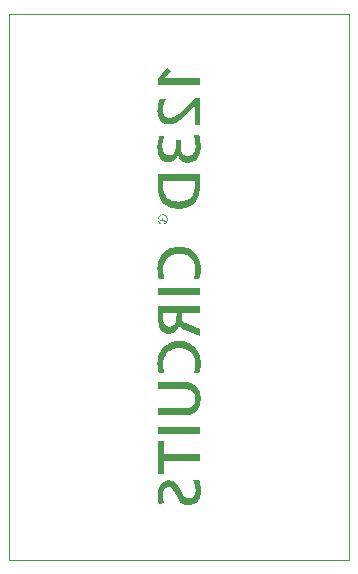
<source format=gbo>
G75*
G71*
%OFA0B0*%
%FSLAX23Y23*%
%IPPOS*%
%LPD*%
%ADD10C,0.1*%
%LPD*%D10*
X0Y0D02*
X0Y100D01*
X0Y200D01*
X0Y300D01*
X0Y399D01*
X0Y499D01*
X0Y599D01*
X0Y699D01*
X0Y799D01*
X0Y899D01*
X0Y999D01*
X0Y1098D01*
X0Y1198D01*
X0Y1298D01*
X0Y1398D01*
X0Y1498D01*
X0Y1598D01*
X0Y1697D01*
X0Y1797D01*
X0Y1897D01*
X0Y1997D01*
X0Y2097D01*
X0Y2197D01*
X0Y2297D01*
X0Y2396D01*
X0Y2496D01*
X0Y2596D01*
X0Y2696D01*
X0Y2796D01*
X0Y2896D01*
X0Y2996D01*
X0Y3095D01*
X0Y3195D01*
X0Y3295D01*
X0Y3395D01*
X0Y3495D01*
X0Y3595D01*
X0Y3694D01*
X0Y3794D01*
X0Y3894D01*
X0Y3994D01*
X0Y4094D01*
X0Y4194D01*
X0Y4294D01*
X0Y4393D01*
X0Y4493D01*
X0Y4593D01*
X0Y4693D01*
X0Y4793D01*
X0Y4893D01*
X0Y4993D01*
X0Y5092D01*
X0Y5192D01*
X0Y5292D01*
X0Y5392D01*
X0Y5492D01*
X0Y5592D01*
X0Y5692D01*
X0Y5791D01*
X0Y5891D01*
X0Y5991D01*
X0Y6091D01*
X0Y6191D01*
X0Y6291D01*
X0Y6390D01*
X0Y6490D01*
X0Y6590D01*
X0Y6690D01*
X0Y6790D01*
X0Y6890D01*
X0Y6990D01*
X0Y7089D01*
X0Y7189D01*
X0Y7289D01*
X0Y7389D01*
X0Y7489D01*
X0Y7589D01*
X0Y7689D01*
X0Y7788D01*
X0Y7888D01*
X0Y7988D01*
X0Y8088D01*
X0Y8188D01*
X0Y8288D01*
X0Y8388D01*
X0Y8487D01*
X0Y8587D01*
X0Y8687D01*
X0Y8787D01*
X0Y8887D01*
X0Y8987D01*
X0Y9086D01*
X0Y9186D01*
X0Y9286D01*
X0Y9386D01*
X0Y9486D01*
X0Y9586D01*
X0Y9686D01*
X0Y9785D01*
X0Y9885D01*
X0Y9985D01*
X0Y10085D01*
X0Y10185D01*
X0Y10285D01*
X0Y10385D01*
X0Y10484D01*
X0Y10584D01*
X0Y10684D01*
X0Y10784D01*
X0Y10884D01*
X0Y10984D01*
X0Y11083D01*
X0Y11183D01*
X0Y11283D01*
X0Y11383D01*
X0Y11483D01*
X0Y11583D01*
X0Y11683D01*
X0Y11782D01*
X0Y11882D01*
X0Y11982D01*
X0Y12082D01*
X0Y12182D01*
X0Y12282D01*
X0Y12382D01*
X0Y12481D01*
X0Y12581D01*
X0Y12681D01*
X0Y12781D01*
X0Y12881D01*
X0Y12981D01*
X0Y13081D01*
X0Y13180D01*
X0Y13280D01*
X0Y13380D01*
X0Y13480D01*
X0Y13580D01*
X0Y13680D01*
X0Y13779D01*
X0Y13879D01*
X0Y13979D01*
X0Y14079D01*
X0Y14179D01*
X0Y14279D01*
X0Y14379D01*
X0Y14478D01*
X0Y14578D01*
X0Y14678D01*
X0Y14778D01*
X0Y14878D01*
X0Y14978D01*
X0Y15078D01*
X0Y15177D01*
X0Y15277D01*
X0Y15377D01*
X0Y15477D01*
X0Y15577D01*
X0Y15677D01*
X0Y15777D01*
X0Y15876D01*
X0Y15976D01*
X0Y16076D01*
X0Y16176D01*
X0Y16276D01*
X0Y16376D01*
X0Y16475D01*
X0Y16575D01*
X0Y16675D01*
X0Y16775D01*
X0Y16875D01*
X0Y16975D01*
X0Y17075D01*
X0Y17174D01*
X0Y17274D01*
X0Y17374D01*
X0Y17474D01*
X0Y17574D01*
X0Y17674D01*
X0Y17774D01*
X0Y17873D01*
X0Y17973D01*
X0Y18073D01*
X0Y18173D01*
X0Y18273D01*
X0Y18373D01*
X0Y18472D01*
X0Y18572D01*
X0Y18672D01*
X0Y18772D01*
X0Y18872D01*
X0Y18972D01*
X0Y19072D01*
X0Y19171D01*
X0Y19271D01*
X0Y19371D01*
X0Y19471D01*
X0Y19571D01*
X0Y19671D01*
X0Y19771D01*
X0Y19870D01*
X0Y19970D01*
X0Y20070D01*
X0Y20170D01*
X0Y20270D01*
X0Y20370D01*
X0Y20470D01*
X0Y20569D01*
X0Y20669D01*
X0Y20769D01*
X0Y20869D01*
X0Y20969D01*
X0Y21069D01*
X0Y21168D01*
X0Y21268D01*
X0Y21368D01*
X0Y21468D01*
X0Y21568D01*
X0Y21668D01*
X0Y21768D01*
X0Y21867D01*
X0Y21967D01*
X0Y22067D01*
X0Y22167D01*
X0Y22267D01*
X0Y22367D01*
X0Y22467D01*
X0Y22566D01*
X0Y22666D01*
X0Y22766D01*
X0Y22866D01*
X0Y22966D01*
X0Y23066D01*
X0Y23166D01*
X0Y23265D01*
X0Y23365D01*
X0Y23465D01*
X0Y23565D01*
X0Y23665D01*
X0Y23765D01*
X0Y23864D01*
X0Y23964D01*
X0Y24064D01*
X0Y24164D01*
X0Y24264D01*
X0Y24364D01*
X0Y24464D01*
X0Y24563D01*
X0Y24663D01*
X0Y24763D01*
X0Y24863D01*
X0Y24963D01*
X0Y25063D01*
X0Y25163D01*
X0Y25262D01*
X0Y25362D01*
X0Y25462D01*
X0Y25562D01*
X0Y25662D01*
X0Y25762D01*
X0Y25861D01*
X0Y25961D01*
X0Y26061D01*
X0Y26161D01*
X0Y26261D01*
X0Y26361D01*
X0Y26461D01*
X0Y26560D01*
X0Y26660D01*
X0Y26760D01*
X0Y26860D01*
X0Y26960D01*
X0Y27060D01*
X0Y27160D01*
X0Y27259D01*
X0Y27359D01*
X0Y27459D01*
X0Y27559D01*
X0Y27659D01*
X0Y27759D01*
X0Y27859D01*
X0Y27958D01*
X0Y28058D01*
X0Y28158D01*
X0Y28258D01*
X0Y28358D01*
X0Y28458D01*
X0Y28557D01*
X0Y28657D01*
X0Y28757D01*
X0Y28857D01*
X0Y28957D01*
X0Y29057D01*
X0Y29157D01*
X0Y29256D01*
X0Y29356D01*
X0Y29456D01*
X0Y29556D01*
X0Y29656D01*
X0Y29756D01*
X0Y29856D01*
X0Y29955D01*
X0Y30055D01*
X0Y30155D01*
X0Y30255D01*
X0Y30355D01*
X0Y30455D01*
X0Y30555D01*
X0Y30654D01*
X0Y30754D01*
X0Y30854D01*
X0Y30954D01*
X0Y31054D01*
X0Y31154D01*
X0Y31253D01*
X0Y31353D01*
X0Y31453D01*
X0Y31553D01*
X0Y31653D01*
X0Y31753D01*
X0Y31853D01*
X0Y31952D01*
X0Y32052D01*
X0Y32152D01*
X0Y32252D01*
X0Y32352D01*
X0Y32452D01*
X0Y32552D01*
X0Y32651D01*
X0Y32751D01*
X0Y32851D01*
X0Y32951D01*
X0Y33051D01*
X0Y33151D01*
X0Y33251D01*
X0Y33350D01*
X0Y33450D01*
X0Y33550D01*
X0Y33650D01*
X0Y33750D01*
X0Y33850D01*
X0Y33949D01*
X0Y34049D01*
X0Y34149D01*
X0Y34249D01*
X0Y34349D01*
X0Y34449D01*
X0Y34549D01*
X0Y34648D01*
X0Y34748D01*
X0Y34848D01*
X0Y34948D01*
X0Y35048D01*
X0Y35148D01*
X0Y35248D01*
X0Y35347D01*
X0Y35447D01*
X0Y35547D01*
X0Y35647D01*
X0Y35747D01*
X0Y35847D01*
X0Y35947D01*
X0Y36046D01*
X0Y36146D01*
X0Y36246D01*
X0Y36346D01*
X0Y36446D01*
X0Y36546D01*
X0Y36645D01*
X0Y36745D01*
X0Y36845D01*
X0Y36945D01*
X0Y37045D01*
X0Y37145D01*
X0Y37245D01*
X0Y37344D01*
X0Y37444D01*
X0Y37544D01*
X0Y37644D01*
X0Y37744D01*
X0Y37844D01*
X0Y37944D01*
X0Y38043D01*
X0Y38143D01*
X0Y38243D01*
X0Y38343D01*
X0Y38443D01*
X0Y38543D01*
X0Y38643D01*
X0Y38742D01*
X0Y38842D01*
X0Y38942D01*
X0Y39042D01*
X0Y39142D01*
X0Y39242D01*
X0Y39341D01*
X0Y39441D01*
X0Y39541D01*
X0Y39641D01*
X0Y39741D01*
X0Y39841D01*
X0Y39941D01*
X0Y40040D01*
X0Y40140D01*
X0Y40240D01*
X0Y40340D01*
X0Y40440D01*
X0Y40540D01*
X0Y40640D01*
X0Y40739D01*
X0Y40839D01*
X0Y40939D01*
X0Y41039D01*
X0Y41139D01*
X0Y41239D01*
X0Y41339D01*
X0Y41438D01*
X0Y41538D01*
X0Y41638D01*
X0Y41738D01*
X0Y41838D01*
X0Y41938D01*
X0Y42037D01*
X0Y42137D01*
X0Y42237D01*
X0Y42337D01*
X0Y42437D01*
X0Y42537D01*
X0Y42637D01*
X0Y42736D01*
X0Y42836D01*
X0Y42936D01*
X0Y43036D01*
X0Y43136D01*
X0Y43236D01*
X0Y43336D01*
X0Y43435D01*
X0Y43535D01*
X0Y43635D01*
X0Y43735D01*
X0Y43835D01*
X0Y43935D01*
X0Y44035D01*
X0Y44134D01*
X0Y44234D01*
X0Y44334D01*
X0Y44434D01*
X0Y44534D01*
X0Y44634D01*
X0Y44734D01*
X0Y44833D01*
X0Y44933D01*
X0Y45033D01*
X0Y45133D01*
X0Y45233D01*
X0Y45333D01*
X0Y45432D01*
X0Y45532D01*
X0Y45632D01*
X0Y45732D01*
X0Y45832D01*
X0Y45932D01*
X0Y46032D01*
X0Y46131D01*
X0Y46231D01*
X100Y46231D01*
X200Y46231D01*
X300Y46231D01*
X400Y46231D01*
X500Y46231D01*
X600Y46231D01*
X700Y46231D01*
X800Y46231D01*
X900Y46231D01*
X999Y46231D01*
X1099Y46231D01*
X1199Y46231D01*
X1299Y46231D01*
X1399Y46231D01*
X1499Y46231D01*
X1599Y46231D01*
X1699Y46231D01*
X1799Y46231D01*
X1899Y46231D01*
X1999Y46231D01*
X2099Y46231D01*
X2199Y46231D01*
X2299Y46231D01*
X2399Y46231D01*
X2499Y46231D01*
X2599Y46231D01*
X2699Y46231D01*
X2799Y46231D01*
X2898Y46231D01*
X2998Y46231D01*
X3098Y46231D01*
X3198Y46231D01*
X3298Y46231D01*
X3398Y46231D01*
X3498Y46231D01*
X3598Y46231D01*
X3698Y46231D01*
X3798Y46231D01*
X3898Y46231D01*
X3998Y46231D01*
X4098Y46231D01*
X4198Y46231D01*
X4298Y46231D01*
X4398Y46231D01*
X4498Y46231D01*
X4598Y46231D01*
X4698Y46231D01*
X4798Y46231D01*
X4897Y46231D01*
X4997Y46231D01*
X5097Y46231D01*
X5197Y46231D01*
X5297Y46231D01*
X5397Y46231D01*
X5497Y46231D01*
X5597Y46231D01*
X5697Y46231D01*
X5797Y46231D01*
X5897Y46231D01*
X5997Y46231D01*
X6097Y46231D01*
X6197Y46231D01*
X6297Y46231D01*
X6397Y46231D01*
X6497Y46231D01*
X6597Y46231D01*
X6697Y46231D01*
X6796Y46231D01*
X6896Y46231D01*
X6996Y46231D01*
X7096Y46231D01*
X7196Y46231D01*
X7296Y46231D01*
X7396Y46231D01*
X7496Y46231D01*
X7596Y46231D01*
X7696Y46231D01*
X7796Y46231D01*
X7896Y46231D01*
X7996Y46231D01*
X8096Y46231D01*
X8196Y46231D01*
X8296Y46231D01*
X8396Y46231D01*
X8496Y46231D01*
X8596Y46231D01*
X8696Y46231D01*
X8795Y46231D01*
X8895Y46231D01*
X8995Y46231D01*
X9095Y46231D01*
X9195Y46231D01*
X9295Y46231D01*
X9395Y46231D01*
X9495Y46231D01*
X9595Y46231D01*
X9695Y46231D01*
X9795Y46231D01*
X9895Y46231D01*
X9995Y46231D01*
X10095Y46231D01*
X10195Y46231D01*
X10295Y46231D01*
X10395Y46231D01*
X10495Y46231D01*
X10595Y46231D01*
X10694Y46231D01*
X10794Y46231D01*
X10894Y46231D01*
X10994Y46231D01*
X11094Y46231D01*
X11194Y46231D01*
X11294Y46231D01*
X11394Y46231D01*
X11494Y46231D01*
X11594Y46231D01*
X11694Y46231D01*
X11794Y46231D01*
X11894Y46231D01*
X11994Y46231D01*
X12094Y46231D01*
X12194Y46231D01*
X12294Y46231D01*
X12394Y46231D01*
X12494Y46231D01*
X12593Y46231D01*
X12693Y46231D01*
X12793Y46231D01*
X12893Y46231D01*
X12993Y46231D01*
X13093Y46231D01*
X13193Y46231D01*
X13293Y46231D01*
X13393Y46231D01*
X13493Y46231D01*
X13593Y46231D01*
X13693Y46231D01*
X13793Y46231D01*
X13893Y46231D01*
X13993Y46231D01*
X14093Y46231D01*
X14193Y46231D01*
X14293Y46231D01*
X14393Y46231D01*
X14493Y46231D01*
X14592Y46231D01*
X14692Y46231D01*
X14792Y46231D01*
X14892Y46231D01*
X14992Y46231D01*
X15092Y46231D01*
X15192Y46231D01*
X15292Y46231D01*
X15392Y46231D01*
X15492Y46231D01*
X15592Y46231D01*
X15692Y46231D01*
X15792Y46231D01*
X15892Y46231D01*
X15992Y46231D01*
X16092Y46231D01*
X16192Y46231D01*
X16292Y46231D01*
X16392Y46231D01*
X16491Y46231D01*
X16591Y46231D01*
X16691Y46231D01*
X16791Y46231D01*
X16891Y46231D01*
X16991Y46231D01*
X17091Y46231D01*
X17191Y46231D01*
X17291Y46231D01*
X17391Y46231D01*
X17491Y46231D01*
X17591Y46231D01*
X17691Y46231D01*
X17791Y46231D01*
X17891Y46231D01*
X17991Y46231D01*
X18091Y46231D01*
X18191Y46231D01*
X18291Y46231D01*
X18391Y46231D01*
X18490Y46231D01*
X18590Y46231D01*
X18690Y46231D01*
X18790Y46231D01*
X18890Y46231D01*
X18990Y46231D01*
X19090Y46231D01*
X19190Y46231D01*
X19290Y46231D01*
X19390Y46231D01*
X19490Y46231D01*
X19590Y46231D01*
X19690Y46231D01*
X19790Y46231D01*
X19890Y46231D01*
X19990Y46231D01*
X20090Y46231D01*
X20190Y46231D01*
X20290Y46231D01*
X20389Y46231D01*
X20489Y46231D01*
X20589Y46231D01*
X20689Y46231D01*
X20789Y46231D01*
X20889Y46231D01*
X20989Y46231D01*
X21089Y46231D01*
X21189Y46231D01*
X21289Y46231D01*
X21389Y46231D01*
X21489Y46231D01*
X21589Y46231D01*
X21689Y46231D01*
X21789Y46231D01*
X21889Y46231D01*
X21989Y46231D01*
X22089Y46231D01*
X22189Y46231D01*
X22289Y46231D01*
X22388Y46231D01*
X22488Y46231D01*
X22588Y46231D01*
X22688Y46231D01*
X22788Y46231D01*
X22888Y46231D01*
X22988Y46231D01*
X23088Y46231D01*
X23188Y46231D01*
X23288Y46231D01*
X23388Y46231D01*
X23488Y46231D01*
X23588Y46231D01*
X23688Y46231D01*
X23788Y46231D01*
X23888Y46231D01*
X23988Y46231D01*
X24088Y46231D01*
X24188Y46231D01*
X24288Y46231D01*
X24387Y46231D01*
X24487Y46231D01*
X24587Y46231D01*
X24687Y46231D01*
X24787Y46231D01*
X24887Y46231D01*
X24987Y46231D01*
X25087Y46231D01*
X25187Y46231D01*
X25287Y46231D01*
X25387Y46231D01*
X25487Y46231D01*
X25587Y46231D01*
X25687Y46231D01*
X25787Y46231D01*
X25887Y46231D01*
X25987Y46231D01*
X26087Y46231D01*
X26187Y46231D01*
X26286Y46231D01*
X26386Y46231D01*
X26486Y46231D01*
X26586Y46231D01*
X26686Y46231D01*
X26786Y46231D01*
X26886Y46231D01*
X26986Y46231D01*
X27086Y46231D01*
X27186Y46231D01*
X27286Y46231D01*
X27386Y46231D01*
X27486Y46231D01*
X27586Y46231D01*
X27686Y46231D01*
X27786Y46231D01*
X27886Y46231D01*
X27986Y46231D01*
X28086Y46231D01*
X28186Y46231D01*
X28285Y46231D01*
X28385Y46231D01*
X28485Y46231D01*
X28585Y46231D01*
X28685Y46231D01*
X28785Y46231D01*
X28785Y46132D01*
X28785Y46032D01*
X28785Y45932D01*
X28785Y45832D01*
X28785Y45732D01*
X28785Y45632D01*
X28785Y45532D01*
X28785Y45433D01*
X28785Y45333D01*
X28785Y45233D01*
X28785Y45133D01*
X28785Y45033D01*
X28785Y44933D01*
X28785Y44833D01*
X28785Y44734D01*
X28785Y44634D01*
X28785Y44534D01*
X28785Y44434D01*
X28785Y44334D01*
X28785Y44234D01*
X28785Y44134D01*
X28785Y44035D01*
X28785Y43935D01*
X28785Y43835D01*
X28785Y43735D01*
X28785Y43635D01*
X28785Y43535D01*
X28785Y43436D01*
X28785Y43336D01*
X28785Y43236D01*
X28785Y43136D01*
X28785Y43036D01*
X28785Y42936D01*
X28785Y42836D01*
X28785Y42737D01*
X28785Y42637D01*
X28785Y42537D01*
X28785Y42437D01*
X28785Y42337D01*
X28785Y42237D01*
X28785Y42137D01*
X28785Y42038D01*
X28785Y41938D01*
X28785Y41838D01*
X28785Y41738D01*
X28785Y41638D01*
X28785Y41538D01*
X28785Y41438D01*
X28785Y41339D01*
X28785Y41239D01*
X28785Y41139D01*
X28785Y41039D01*
X28785Y40939D01*
X28785Y40839D01*
X28785Y40740D01*
X28785Y40640D01*
X28785Y40540D01*
X28785Y40440D01*
X28785Y40340D01*
X28785Y40240D01*
X28785Y40140D01*
X28785Y40041D01*
X28785Y39941D01*
X28785Y39841D01*
X28785Y39741D01*
X28785Y39641D01*
X28785Y39541D01*
X28785Y39441D01*
X28785Y39342D01*
X28785Y39242D01*
X28785Y39142D01*
X28785Y39042D01*
X28785Y38942D01*
X28785Y38842D01*
X28785Y38743D01*
X28785Y38643D01*
X28785Y38543D01*
X28785Y38443D01*
X28785Y38343D01*
X28785Y38243D01*
X28785Y38143D01*
X28785Y38044D01*
X28785Y37944D01*
X28785Y37844D01*
X28785Y37744D01*
X28785Y37644D01*
X28785Y37544D01*
X28785Y37444D01*
X28785Y37345D01*
X28785Y37245D01*
X28785Y37145D01*
X28785Y37045D01*
X28785Y36945D01*
X28785Y36845D01*
X28785Y36745D01*
X28785Y36646D01*
X28785Y36546D01*
X28785Y36446D01*
X28785Y36346D01*
X28785Y36246D01*
X28785Y36146D01*
X28785Y36047D01*
X28785Y35947D01*
X28785Y35847D01*
X28785Y35747D01*
X28785Y35647D01*
X28785Y35547D01*
X28785Y35447D01*
X28785Y35348D01*
X28785Y35248D01*
X28785Y35148D01*
X28785Y35048D01*
X28785Y34948D01*
X28785Y34848D01*
X28785Y34748D01*
X28785Y34649D01*
X28785Y34549D01*
X28785Y34449D01*
X28785Y34349D01*
X28785Y34249D01*
X28785Y34149D01*
X28785Y34050D01*
X28785Y33950D01*
X28785Y33850D01*
X28785Y33750D01*
X28785Y33650D01*
X28785Y33550D01*
X28785Y33450D01*
X28785Y33351D01*
X28785Y33251D01*
X28785Y33151D01*
X28785Y33051D01*
X28785Y32951D01*
X28785Y32851D01*
X28785Y32751D01*
X28785Y32652D01*
X28785Y32552D01*
X28785Y32452D01*
X28785Y32352D01*
X28785Y32252D01*
X28785Y32152D01*
X28785Y32052D01*
X28785Y31953D01*
X28785Y31853D01*
X28785Y31753D01*
X28785Y31653D01*
X28785Y31553D01*
X28785Y31453D01*
X28785Y31354D01*
X28785Y31254D01*
X28785Y31154D01*
X28785Y31054D01*
X28785Y30954D01*
X28785Y30854D01*
X28785Y30754D01*
X28785Y30655D01*
X28785Y30555D01*
X28785Y30455D01*
X28785Y30355D01*
X28785Y30255D01*
X28785Y30155D01*
X28785Y30055D01*
X28785Y29956D01*
X28785Y29856D01*
X28785Y29756D01*
X28785Y29656D01*
X28785Y29556D01*
X28785Y29456D01*
X28785Y29356D01*
X28785Y29257D01*
X28785Y29157D01*
X28785Y29057D01*
X28785Y28957D01*
X28785Y28857D01*
X28785Y28757D01*
X28785Y28658D01*
X28785Y28558D01*
X28785Y28458D01*
X28785Y28358D01*
X28785Y28258D01*
X28785Y28158D01*
X28785Y28058D01*
X28785Y27959D01*
X28785Y27859D01*
X28785Y27759D01*
X28785Y27659D01*
X28785Y27559D01*
X28785Y27459D01*
X28785Y27359D01*
X28785Y27260D01*
X28785Y27160D01*
X28785Y27060D01*
X28785Y26960D01*
X28785Y26860D01*
X28785Y26760D01*
X28785Y26661D01*
X28785Y26561D01*
X28785Y26461D01*
X28785Y26361D01*
X28785Y26261D01*
X28785Y26161D01*
X28785Y26061D01*
X28785Y25962D01*
X28785Y25862D01*
X28785Y25762D01*
X28785Y25662D01*
X28785Y25562D01*
X28785Y25462D01*
X28785Y25362D01*
X28785Y25263D01*
X28785Y25163D01*
X28785Y25063D01*
X28785Y24963D01*
X28785Y24863D01*
X28785Y24763D01*
X28785Y24663D01*
X28785Y24564D01*
X28785Y24464D01*
X28785Y24364D01*
X28785Y24264D01*
X28785Y24164D01*
X28785Y24064D01*
X28785Y23965D01*
X28785Y23865D01*
X28785Y23765D01*
X28785Y23665D01*
X28785Y23565D01*
X28785Y23465D01*
X28785Y23365D01*
X28785Y23266D01*
X28785Y23166D01*
X28785Y23066D01*
X28785Y22966D01*
X28785Y22866D01*
X28785Y22766D01*
X28785Y22666D01*
X28785Y22567D01*
X28785Y22467D01*
X28785Y22367D01*
X28785Y22267D01*
X28785Y22167D01*
X28785Y22067D01*
X28785Y21967D01*
X28785Y21868D01*
X28785Y21768D01*
X28785Y21668D01*
X28785Y21568D01*
X28785Y21468D01*
X28785Y21368D01*
X28785Y21269D01*
X28785Y21169D01*
X28785Y21069D01*
X28785Y20969D01*
X28785Y20869D01*
X28785Y20769D01*
X28785Y20669D01*
X28785Y20570D01*
X28785Y20470D01*
X28785Y20370D01*
X28785Y20270D01*
X28785Y20170D01*
X28785Y20070D01*
X28785Y19970D01*
X28785Y19871D01*
X28785Y19771D01*
X28785Y19671D01*
X28785Y19571D01*
X28785Y19471D01*
X28785Y19371D01*
X28785Y19271D01*
X28785Y19172D01*
X28785Y19072D01*
X28785Y18972D01*
X28785Y18872D01*
X28785Y18772D01*
X28785Y18672D01*
X28785Y18573D01*
X28785Y18473D01*
X28785Y18373D01*
X28785Y18273D01*
X28785Y18173D01*
X28785Y18073D01*
X28785Y17973D01*
X28785Y17874D01*
X28785Y17774D01*
X28785Y17674D01*
X28785Y17574D01*
X28785Y17474D01*
X28785Y17374D01*
X28785Y17274D01*
X28785Y17175D01*
X28785Y17075D01*
X28785Y16975D01*
X28785Y16875D01*
X28785Y16775D01*
X28785Y16675D01*
X28785Y16576D01*
X28785Y16476D01*
X28785Y16376D01*
X28785Y16276D01*
X28785Y16176D01*
X28785Y16076D01*
X28785Y15976D01*
X28785Y15877D01*
X28785Y15777D01*
X28785Y15677D01*
X28785Y15577D01*
X28785Y15477D01*
X28785Y15377D01*
X28785Y15277D01*
X28785Y15178D01*
X28785Y15078D01*
X28785Y14978D01*
X28785Y14878D01*
X28785Y14778D01*
X28785Y14678D01*
X28785Y14578D01*
X28785Y14479D01*
X28785Y14379D01*
X28785Y14279D01*
X28785Y14179D01*
X28785Y14079D01*
X28785Y13979D01*
X28785Y13880D01*
X28785Y13780D01*
X28785Y13680D01*
X28785Y13580D01*
X28785Y13480D01*
X28785Y13380D01*
X28785Y13280D01*
X28785Y13181D01*
X28785Y13081D01*
X28785Y12981D01*
X28785Y12881D01*
X28785Y12781D01*
X28785Y12681D01*
X28785Y12581D01*
X28785Y12482D01*
X28785Y12382D01*
X28785Y12282D01*
X28785Y12182D01*
X28785Y12082D01*
X28785Y11982D01*
X28785Y11882D01*
X28785Y11783D01*
X28785Y11683D01*
X28785Y11583D01*
X28785Y11483D01*
X28785Y11383D01*
X28785Y11283D01*
X28785Y11184D01*
X28785Y11084D01*
X28785Y10984D01*
X28785Y10884D01*
X28785Y10784D01*
X28785Y10684D01*
X28785Y10584D01*
X28785Y10485D01*
X28785Y10385D01*
X28785Y10285D01*
X28785Y10185D01*
X28785Y10085D01*
X28785Y9985D01*
X28785Y9885D01*
X28785Y9786D01*
X28785Y9686D01*
X28785Y9586D01*
X28785Y9486D01*
X28785Y9386D01*
X28785Y9286D01*
X28785Y9186D01*
X28785Y9087D01*
X28785Y8987D01*
X28785Y8887D01*
X28785Y8787D01*
X28785Y8687D01*
X28785Y8587D01*
X28785Y8488D01*
X28785Y8388D01*
X28785Y8288D01*
X28785Y8188D01*
X28785Y8088D01*
X28785Y7988D01*
X28785Y7888D01*
X28785Y7789D01*
X28785Y7689D01*
X28785Y7589D01*
X28785Y7489D01*
X28785Y7389D01*
X28785Y7289D01*
X28785Y7189D01*
X28785Y7090D01*
X28785Y6990D01*
X28785Y6890D01*
X28785Y6790D01*
X28785Y6690D01*
X28785Y6590D01*
X28785Y6490D01*
X28785Y6391D01*
X28785Y6291D01*
X28785Y6191D01*
X28785Y6091D01*
X28785Y5991D01*
X28785Y5891D01*
X28785Y5792D01*
X28785Y5692D01*
X28785Y5592D01*
X28785Y5492D01*
X28785Y5392D01*
X28785Y5292D01*
X28785Y5192D01*
X28785Y5093D01*
X28785Y4993D01*
X28785Y4893D01*
X28785Y4793D01*
X28785Y4693D01*
X28785Y4593D01*
X28785Y4493D01*
X28785Y4394D01*
X28785Y4294D01*
X28785Y4194D01*
X28785Y4094D01*
X28785Y3994D01*
X28785Y3894D01*
X28785Y3794D01*
X28785Y3695D01*
X28785Y3595D01*
X28785Y3495D01*
X28785Y3395D01*
X28785Y3295D01*
X28785Y3195D01*
X28785Y3095D01*
X28785Y2996D01*
X28785Y2896D01*
X28785Y2796D01*
X28785Y2696D01*
X28785Y2596D01*
X28785Y2496D01*
X28785Y2397D01*
X28785Y2297D01*
X28785Y2197D01*
X28785Y2097D01*
X28785Y1997D01*
X28785Y1897D01*
X28785Y1797D01*
X28785Y1698D01*
X28785Y1598D01*
X28785Y1498D01*
X28785Y1398D01*
X28785Y1298D01*
X28785Y1198D01*
X28785Y1098D01*
X28785Y999D01*
X28785Y899D01*
X28785Y799D01*
X28785Y699D01*
X28785Y599D01*
X28785Y499D01*
X28785Y399D01*
X28785Y300D01*
X28785Y200D01*
X28785Y100D01*
X28785Y0D01*
X28685Y0D01*
X28585Y0D01*
X28485Y0D01*
X28385Y0D01*
X28286Y0D01*
X28186Y0D01*
X28086Y0D01*
X27986Y0D01*
X27886Y0D01*
X27786Y0D01*
X27686Y0D01*
X27586Y0D01*
X27486Y0D01*
X27386Y0D01*
X27286Y0D01*
X27186Y0D01*
X27086Y0D01*
X26986Y0D01*
X26886Y0D01*
X26786Y0D01*
X26686Y0D01*
X26586Y0D01*
X26486Y0D01*
X26387Y0D01*
X26287Y0D01*
X26187Y0D01*
X26087Y0D01*
X25987Y0D01*
X25887Y0D01*
X25787Y0D01*
X25687Y0D01*
X25587Y0D01*
X25487Y0D01*
X25387Y0D01*
X25287Y0D01*
X25187Y0D01*
X25087Y0D01*
X24987Y0D01*
X24887Y0D01*
X24787Y0D01*
X24687Y0D01*
X24587Y0D01*
X24487Y0D01*
X24388Y0D01*
X24288Y0D01*
X24188Y0D01*
X24088Y0D01*
X23988Y0D01*
X23888Y0D01*
X23788Y0D01*
X23688Y0D01*
X23588Y0D01*
X23488Y0D01*
X23388Y0D01*
X23288Y0D01*
X23188Y0D01*
X23088Y0D01*
X22988Y0D01*
X22888Y0D01*
X22788Y0D01*
X22688Y0D01*
X22588Y0D01*
X22489Y0D01*
X22389Y0D01*
X22289Y0D01*
X22189Y0D01*
X22089Y0D01*
X21989Y0D01*
X21889Y0D01*
X21789Y0D01*
X21689Y0D01*
X21589Y0D01*
X21489Y0D01*
X21389Y0D01*
X21289Y0D01*
X21189Y0D01*
X21089Y0D01*
X20989Y0D01*
X20889Y0D01*
X20789Y0D01*
X20689Y0D01*
X20590Y0D01*
X20490Y0D01*
X20390Y0D01*
X20290Y0D01*
X20190Y0D01*
X20090Y0D01*
X19990Y0D01*
X19890Y0D01*
X19790Y0D01*
X19690Y0D01*
X19590Y0D01*
X19490Y0D01*
X19390Y0D01*
X19290Y0D01*
X19190Y0D01*
X19090Y0D01*
X18990Y0D01*
X18890Y0D01*
X18790Y0D01*
X18690Y0D01*
X18591Y0D01*
X18491Y0D01*
X18391Y0D01*
X18291Y0D01*
X18191Y0D01*
X18091Y0D01*
X17991Y0D01*
X17891Y0D01*
X17791Y0D01*
X17691Y0D01*
X17591Y0D01*
X17491Y0D01*
X17391Y0D01*
X17291Y0D01*
X17191Y0D01*
X17091Y0D01*
X16991Y0D01*
X16891Y0D01*
X16791Y0D01*
X16692Y0D01*
X16592Y0D01*
X16492Y0D01*
X16392Y0D01*
X16292Y0D01*
X16192Y0D01*
X16092Y0D01*
X15992Y0D01*
X15892Y0D01*
X15792Y0D01*
X15692Y0D01*
X15592Y0D01*
X15492Y0D01*
X15392Y0D01*
X15292Y0D01*
X15192Y0D01*
X15092Y0D01*
X14992Y0D01*
X14892Y0D01*
X14792Y0D01*
X14693Y0D01*
X14593Y0D01*
X14493Y0D01*
X14393Y0D01*
X14293Y0D01*
X14193Y0D01*
X14093Y0D01*
X13993Y0D01*
X13893Y0D01*
X13793Y0D01*
X13693Y0D01*
X13593Y0D01*
X13493Y0D01*
X13393Y0D01*
X13293Y0D01*
X13193Y0D01*
X13093Y0D01*
X12993Y0D01*
X12893Y0D01*
X12794Y0D01*
X12694Y0D01*
X12594Y0D01*
X12494Y0D01*
X12394Y0D01*
X12294Y0D01*
X12194Y0D01*
X12094Y0D01*
X11994Y0D01*
X11894Y0D01*
X11794Y0D01*
X11694Y0D01*
X11594Y0D01*
X11494Y0D01*
X11394Y0D01*
X11294Y0D01*
X11194Y0D01*
X11094Y0D01*
X10994Y0D01*
X10894Y0D01*
X10795Y0D01*
X10695Y0D01*
X10595Y0D01*
X10495Y0D01*
X10395Y0D01*
X10295Y0D01*
X10195Y0D01*
X10095Y0D01*
X9995Y0D01*
X9895Y0D01*
X9795Y0D01*
X9695Y0D01*
X9595Y0D01*
X9495Y0D01*
X9395Y0D01*
X9295Y0D01*
X9195Y0D01*
X9095Y0D01*
X8995Y0D01*
X8896Y0D01*
X8796Y0D01*
X8696Y0D01*
X8596Y0D01*
X8496Y0D01*
X8396Y0D01*
X8296Y0D01*
X8196Y0D01*
X8096Y0D01*
X7996Y0D01*
X7896Y0D01*
X7796Y0D01*
X7696Y0D01*
X7596Y0D01*
X7496Y0D01*
X7396Y0D01*
X7296Y0D01*
X7196Y0D01*
X7096Y0D01*
X6996Y0D01*
X6897Y0D01*
X6797Y0D01*
X6697Y0D01*
X6597Y0D01*
X6497Y0D01*
X6397Y0D01*
X6297Y0D01*
X6197Y0D01*
X6097Y0D01*
X5997Y0D01*
X5897Y0D01*
X5797Y0D01*
X5697Y0D01*
X5597Y0D01*
X5497Y0D01*
X5397Y0D01*
X5297Y0D01*
X5197Y0D01*
X5097Y0D01*
X4998Y0D01*
X4898Y0D01*
X4798Y0D01*
X4698Y0D01*
X4598Y0D01*
X4498Y0D01*
X4398Y0D01*
X4298Y0D01*
X4198Y0D01*
X4098Y0D01*
X3998Y0D01*
X3898Y0D01*
X3798Y0D01*
X3698Y0D01*
X3598Y0D01*
X3498Y0D01*
X3398Y0D01*
X3298Y0D01*
X3198Y0D01*
X3098Y0D01*
X2999Y0D01*
X2899Y0D01*
X2799Y0D01*
X2699Y0D01*
X2599Y0D01*
X2499Y0D01*
X2399Y0D01*
X2299Y0D01*
X2199Y0D01*
X2099Y0D01*
X1999Y0D01*
X1899Y0D01*
X1799Y0D01*
X1699Y0D01*
X1599Y0D01*
X1499Y0D01*
X1399Y0D01*
X1299Y0D01*
X1199Y0D01*
X1099Y0D01*
X1000Y0D01*
X900Y0D01*
X800Y0D01*
X700Y0D01*
X600Y0D01*
X500Y0D01*
X400Y0D01*
X300Y0D01*
X200Y0D01*
X100Y0D01*
X0Y0D01*
X0Y0D01*
G36*
X16165Y40746D02*
X13205Y40746D01*
X13717Y41379D01*
X13333Y41608D01*
X12615Y40677D01*
X12615Y40187D01*
X16165Y40187D01*
X16165Y40746D01*
G37*
G36*
X16165Y39117D02*
X15728Y39117D01*
X14516Y37929D01*
X14341Y37775D01*
X14158Y37638D01*
X14065Y37578D01*
X13970Y37526D01*
X13874Y37484D01*
X13777Y37452D01*
X13680Y37431D01*
X13583Y37424D01*
X13515Y37428D01*
X13452Y37439D01*
X13392Y37456D01*
X13335Y37480D01*
X13284Y37509D01*
X13236Y37544D01*
X13193Y37584D01*
X13154Y37628D01*
X13119Y37676D01*
X13089Y37729D01*
X13063Y37783D01*
X13041Y37842D01*
X13025Y37903D01*
X13013Y37965D01*
X13005Y38030D01*
X13003Y38095D01*
X13008Y38213D01*
X13022Y38328D01*
X13058Y38495D01*
X13090Y38603D01*
X13172Y38814D01*
X13243Y38968D01*
X12785Y38994D01*
X12696Y38763D01*
X12626Y38524D01*
X12599Y38402D01*
X12578Y38278D01*
X12566Y38153D01*
X12562Y38026D01*
X12565Y37910D01*
X12575Y37797D01*
X12592Y37686D01*
X12617Y37580D01*
X12648Y37477D01*
X12687Y37380D01*
X12734Y37289D01*
X12789Y37204D01*
X12852Y37127D01*
X12924Y37057D01*
X13003Y36997D01*
X13091Y36946D01*
X13189Y36904D01*
X13295Y36875D01*
X13411Y36856D01*
X13535Y36849D01*
X13655Y36857D01*
X13771Y36879D01*
X13886Y36914D01*
X13999Y36961D01*
X14110Y37017D01*
X14219Y37083D01*
X14429Y37235D01*
X15734Y38436D01*
X15734Y36791D01*
X16165Y36791D01*
X16165Y39117D01*
X16165Y39117D01*
G37*
G36*
X15628Y35934D02*
X15666Y35829D01*
X15700Y35722D01*
X15749Y35500D01*
X15778Y35278D01*
X15787Y35066D01*
X15785Y34979D01*
X15777Y34894D01*
X15765Y34811D01*
X15748Y34732D01*
X15725Y34655D01*
X15697Y34583D01*
X15664Y34515D01*
X15624Y34452D01*
X15580Y34394D01*
X15529Y34343D01*
X15473Y34298D01*
X15410Y34259D01*
X15341Y34229D01*
X15266Y34207D01*
X15184Y34193D01*
X15095Y34188D01*
X15014Y34193D01*
X14940Y34207D01*
X14874Y34230D01*
X14814Y34260D01*
X14760Y34298D01*
X14712Y34344D01*
X14671Y34395D01*
X14635Y34452D01*
X14605Y34513D01*
X14579Y34579D01*
X14558Y34650D01*
X14542Y34723D01*
X14530Y34798D01*
X14517Y34955D01*
X14515Y35503D01*
X14116Y35503D01*
X14114Y35012D01*
X14099Y34840D01*
X14086Y34760D01*
X14068Y34684D01*
X14046Y34613D01*
X14018Y34547D01*
X13986Y34487D01*
X13948Y34432D01*
X13904Y34384D01*
X13855Y34342D01*
X13799Y34307D01*
X13737Y34278D01*
X13668Y34258D01*
X13592Y34245D01*
X13509Y34241D01*
X13436Y34246D01*
X13371Y34259D01*
X13310Y34280D01*
X13256Y34310D01*
X13208Y34345D01*
X13164Y34388D01*
X13127Y34436D01*
X13094Y34488D01*
X13066Y34547D01*
X13042Y34608D01*
X13023Y34673D01*
X13007Y34740D01*
X12996Y34809D01*
X12983Y34952D01*
X12985Y35121D01*
X13008Y35326D01*
X13051Y35535D01*
X13114Y35740D01*
X13152Y35838D01*
X12716Y35870D01*
X12649Y35644D01*
X12601Y35415D01*
X12572Y35181D01*
X12562Y34944D01*
X12572Y34710D01*
X12586Y34595D01*
X12606Y34483D01*
X12633Y34373D01*
X12667Y34267D01*
X12707Y34167D01*
X12756Y34074D01*
X12812Y33988D01*
X12877Y33910D01*
X12951Y33842D01*
X13033Y33783D01*
X13125Y33736D01*
X13226Y33701D01*
X13339Y33679D01*
X13461Y33671D01*
X13544Y33675D01*
X13623Y33685D01*
X13697Y33702D01*
X13768Y33725D01*
X13835Y33754D01*
X13898Y33788D01*
X13957Y33829D01*
X14012Y33874D01*
X14061Y33924D01*
X14108Y33979D01*
X14151Y34039D01*
X14189Y34103D01*
X14224Y34171D01*
X14254Y34242D01*
X14280Y34317D01*
X14302Y34396D01*
X14315Y34315D01*
X14335Y34236D01*
X14359Y34160D01*
X14388Y34087D01*
X14422Y34018D01*
X14461Y33953D01*
X14505Y33892D01*
X14554Y33835D01*
X14607Y33784D01*
X14664Y33739D01*
X14726Y33698D01*
X14793Y33665D01*
X14864Y33639D01*
X14938Y33619D01*
X15018Y33607D01*
X15100Y33603D01*
X15244Y33611D01*
X15376Y33635D01*
X15498Y33674D01*
X15610Y33726D01*
X15713Y33792D01*
X15804Y33869D01*
X15886Y33957D01*
X15959Y34055D01*
X16023Y34160D01*
X16077Y34274D01*
X16123Y34395D01*
X16160Y34521D01*
X16188Y34651D01*
X16208Y34786D01*
X16219Y34922D01*
X16219Y35239D01*
X16200Y35468D01*
X16162Y35689D01*
X16135Y35799D01*
X16085Y35966D01*
X15628Y35934D01*
X15628Y35934D01*
X15628Y35934D01*
G37*
G36*
X14128Y29730D02*
X13931Y29753D01*
X13747Y29792D01*
X13578Y29845D01*
X13423Y29913D01*
X13281Y29995D01*
X13154Y30091D01*
X13040Y30200D01*
X12940Y30324D01*
X12853Y30460D01*
X12779Y30609D01*
X12721Y30771D01*
X12674Y30944D01*
X12641Y31130D01*
X12621Y31328D01*
X12615Y32628D01*
X14327Y32628D01*
X14327Y32048D01*
X13046Y32048D01*
X13051Y31444D01*
X13068Y31301D01*
X13095Y31169D01*
X13133Y31045D01*
X13181Y30931D01*
X13240Y30827D01*
X13309Y30733D01*
X13387Y30649D01*
X13475Y30574D01*
X13572Y30510D01*
X13678Y30454D01*
X13794Y30409D01*
X13917Y30375D01*
X14050Y30349D01*
X14191Y30334D01*
X14339Y30329D01*
X14510Y30335D01*
X14670Y30353D01*
X14818Y30382D01*
X14955Y30423D01*
X15080Y30475D01*
X15195Y30539D01*
X15298Y30614D01*
X15390Y30699D01*
X15471Y30795D01*
X15541Y30902D01*
X15600Y31019D01*
X15648Y31147D01*
X15686Y31284D01*
X15713Y31432D01*
X15728Y31589D01*
X15734Y32048D01*
X14327Y32048D01*
X14327Y32628D01*
X16165Y32628D01*
X16158Y31481D01*
X16137Y31276D01*
X16102Y31080D01*
X16053Y30895D01*
X15990Y30720D01*
X15913Y30557D01*
X15822Y30407D01*
X15715Y30271D01*
X15595Y30147D01*
X15460Y30038D01*
X15310Y29944D01*
X15145Y29866D01*
X14966Y29804D01*
X14772Y29759D01*
X14563Y29731D01*
X14339Y29722D01*
X14128Y29730D01*
G37*
G36*
X12956Y28389D02*
X12914Y28396D01*
X12874Y28407D01*
X12834Y28421D01*
X12797Y28439D01*
X12762Y28460D01*
X12730Y28484D01*
X12699Y28512D01*
X12671Y28543D01*
X12647Y28575D01*
X12626Y28610D01*
X12608Y28648D01*
X12594Y28687D01*
X12583Y28728D01*
X12576Y28770D01*
X12575Y28814D01*
X12576Y28857D01*
X12583Y28899D01*
X12594Y28940D01*
X12608Y28980D01*
X12626Y29017D01*
X12647Y29052D01*
X12671Y29084D01*
X12699Y29115D01*
X12730Y29143D01*
X12762Y29167D01*
X12797Y29188D01*
X12834Y29206D01*
X12874Y29221D01*
X12914Y29231D01*
X12956Y29238D01*
X13000Y29240D01*
X13000Y29170D01*
X12963Y29169D01*
X12927Y29163D01*
X12892Y29155D01*
X12859Y29143D01*
X12828Y29128D01*
X12797Y29110D01*
X12770Y29089D01*
X12743Y29066D01*
X12720Y29041D01*
X12699Y29014D01*
X12680Y28985D01*
X12666Y28953D01*
X12653Y28920D01*
X12644Y28886D01*
X12639Y28850D01*
X12636Y28814D01*
X12639Y28777D01*
X12644Y28741D01*
X12653Y28707D01*
X12666Y28674D01*
X12681Y28643D01*
X12699Y28614D01*
X12721Y28586D01*
X12744Y28561D01*
X12770Y28538D01*
X12798Y28517D01*
X12828Y28500D01*
X12860Y28484D01*
X12893Y28473D01*
X12928Y28464D01*
X12963Y28459D01*
X13000Y28457D01*
X13037Y28459D01*
X13073Y28464D01*
X13107Y28473D01*
X13141Y28484D01*
X13172Y28500D01*
X13203Y28517D01*
X13231Y28538D01*
X13257Y28561D01*
X13280Y28586D01*
X13302Y28614D01*
X13321Y28643D01*
X13336Y28674D01*
X13348Y28707D01*
X13357Y28741D01*
X13363Y28777D01*
X13365Y28814D01*
X13365Y28832D01*
X13363Y28850D01*
X13357Y28886D01*
X13348Y28920D01*
X13336Y28953D01*
X13321Y28985D01*
X13302Y29014D01*
X13280Y29041D01*
X13258Y29066D01*
X13231Y29089D01*
X13202Y29110D01*
X13172Y29128D01*
X13140Y29143D01*
X13107Y29155D01*
X13072Y29163D01*
X13037Y29169D01*
X13000Y29170D01*
X13000Y29240D01*
X13032Y29238D01*
X13064Y29235D01*
X13096Y29229D01*
X13127Y29221D01*
X13156Y29211D01*
X13185Y29198D01*
X13213Y29184D01*
X13239Y29167D01*
X13263Y29149D01*
X13287Y29130D01*
X13309Y29108D01*
X13330Y29085D01*
X13348Y29061D01*
X13365Y29035D01*
X13380Y29008D01*
X13393Y28980D01*
X13408Y28940D01*
X13419Y28899D01*
X13425Y28857D01*
X13427Y28814D01*
X13425Y28770D01*
X13418Y28728D01*
X13408Y28687D01*
X13393Y28648D01*
X13375Y28610D01*
X13354Y28575D01*
X13330Y28543D01*
X13302Y28512D01*
X13271Y28484D01*
X13238Y28460D01*
X13203Y28439D01*
X13166Y28421D01*
X13127Y28407D01*
X13086Y28396D01*
X13043Y28389D01*
X13000Y28388D01*
X12956Y28389D01*
G37*
G36*
X13066Y28692D02*
X13054Y28698D01*
X13043Y28705D01*
X13033Y28712D01*
X13025Y28720D01*
X13018Y28730D01*
X13011Y28741D01*
X13006Y28754D01*
X13003Y28768D01*
X12997Y28744D01*
X12989Y28721D01*
X12978Y28700D01*
X12963Y28682D01*
X12946Y28666D01*
X12927Y28654D01*
X12906Y28646D01*
X12883Y28643D01*
X12850Y28647D01*
X12823Y28657D01*
X12801Y28673D01*
X12783Y28694D01*
X12769Y28719D01*
X12760Y28747D01*
X12754Y28778D01*
X12752Y28811D01*
X12752Y28962D01*
X12890Y28962D01*
X12890Y28898D01*
X12809Y28898D01*
X12810Y28818D01*
X12812Y28795D01*
X12816Y28773D01*
X12822Y28753D01*
X12832Y28736D01*
X12845Y28723D01*
X12862Y28714D01*
X12883Y28712D01*
X12906Y28714D01*
X12925Y28723D01*
X12940Y28736D01*
X12951Y28752D01*
X12959Y28772D01*
X12964Y28794D01*
X12967Y28817D01*
X12968Y28898D01*
X12890Y28898D01*
X12890Y28962D01*
X13249Y28962D01*
X13249Y28898D01*
X13025Y28898D01*
X13026Y28832D01*
X13028Y28814D01*
X13032Y28799D01*
X13039Y28786D01*
X13048Y28776D01*
X13059Y28766D01*
X13073Y28758D01*
X13249Y28677D01*
X13249Y28608D01*
X13066Y28692D01*
X13066Y28692D01*
G37*
G36*
X16069Y23764D02*
X16108Y23862D01*
X16140Y23966D01*
X16167Y24076D01*
X16204Y24302D01*
X16221Y24525D01*
X16224Y24632D01*
X16215Y24839D01*
X16192Y25036D01*
X16152Y25225D01*
X16097Y25401D01*
X16028Y25568D01*
X15944Y25722D01*
X15847Y25865D01*
X15735Y25994D01*
X15610Y26111D01*
X15472Y26213D01*
X15322Y26302D01*
X15159Y26376D01*
X14984Y26434D01*
X14798Y26476D01*
X14601Y26502D01*
X14392Y26511D01*
X14193Y26502D01*
X14002Y26475D01*
X13820Y26430D01*
X13648Y26370D01*
X13487Y26294D01*
X13336Y26203D01*
X13197Y26097D01*
X13070Y25979D01*
X12955Y25847D01*
X12855Y25703D01*
X12767Y25549D01*
X12695Y25383D01*
X12637Y25208D01*
X12595Y25024D01*
X12570Y24832D01*
X12562Y24632D01*
X12570Y24419D01*
X12594Y24195D01*
X12635Y23976D01*
X12663Y23872D01*
X12694Y23775D01*
X13163Y23807D01*
X13127Y23892D01*
X13097Y23983D01*
X13072Y24078D01*
X13034Y24275D01*
X13016Y24472D01*
X13014Y24568D01*
X13021Y24719D01*
X13041Y24864D01*
X13073Y24999D01*
X13118Y25127D01*
X13174Y25246D01*
X13241Y25356D01*
X13318Y25456D01*
X13406Y25547D01*
X13502Y25629D01*
X13608Y25700D01*
X13721Y25762D01*
X13842Y25812D01*
X13971Y25852D01*
X14106Y25880D01*
X14247Y25898D01*
X14392Y25904D01*
X14543Y25898D01*
X14687Y25882D01*
X14824Y25854D01*
X14954Y25816D01*
X15076Y25767D01*
X15189Y25708D01*
X15294Y25638D01*
X15389Y25559D01*
X15475Y25469D01*
X15551Y25370D01*
X15616Y25261D01*
X15671Y25143D01*
X15714Y25015D01*
X15745Y24878D01*
X15764Y24733D01*
X15771Y24579D01*
X15763Y24376D01*
X15736Y24176D01*
X15714Y24078D01*
X15688Y23981D01*
X15637Y23842D01*
X15617Y23796D01*
X16069Y23764D01*
X16069Y23764D01*
G37*
G36*
X16165Y22992D02*
X12615Y22992D01*
X12615Y22412D01*
X16165Y22412D01*
X16165Y22992D01*
X16165Y22992D01*
G37*
G36*
X14872Y19437D02*
X14777Y19479D01*
X14691Y19528D01*
X14651Y19555D01*
X14613Y19582D01*
X14578Y19613D01*
X14545Y19644D01*
X14515Y19677D01*
X14488Y19712D01*
X14463Y19748D01*
X14442Y19786D01*
X14423Y19826D01*
X14408Y19869D01*
X14396Y19912D01*
X14387Y19958D01*
X14371Y19875D01*
X14350Y19795D01*
X14323Y19717D01*
X14290Y19642D01*
X14252Y19572D01*
X14209Y19505D01*
X14161Y19442D01*
X14108Y19383D01*
X14051Y19331D01*
X13989Y19284D01*
X13922Y19243D01*
X13852Y19208D01*
X13777Y19181D01*
X13699Y19161D01*
X13616Y19148D01*
X13530Y19144D01*
X13396Y19152D01*
X13276Y19173D01*
X13167Y19208D01*
X13071Y19256D01*
X12985Y19315D01*
X12910Y19384D01*
X12846Y19463D01*
X12791Y19550D01*
X12744Y19643D01*
X12707Y19744D01*
X12676Y19849D01*
X12653Y19959D01*
X12623Y20188D01*
X12615Y21475D01*
X13592Y21475D01*
X13592Y20906D01*
X13035Y20906D01*
X13040Y20367D01*
X13055Y20220D01*
X13068Y20151D01*
X13085Y20086D01*
X13106Y20025D01*
X13132Y19969D01*
X13164Y19918D01*
X13202Y19872D01*
X13245Y19832D01*
X13296Y19798D01*
X13353Y19771D01*
X13418Y19751D01*
X13491Y19739D01*
X13573Y19735D01*
X13654Y19740D01*
X13728Y19753D01*
X13796Y19776D01*
X13858Y19807D01*
X13912Y19844D01*
X13962Y19889D01*
X14005Y19938D01*
X14043Y19993D01*
X14075Y20053D01*
X14103Y20117D01*
X14126Y20184D01*
X14144Y20254D01*
X14157Y20325D01*
X14167Y20398D01*
X14174Y20906D01*
X13592Y20906D01*
X13592Y21475D01*
X16165Y21475D01*
X16165Y20906D01*
X14600Y20906D01*
X14605Y20491D01*
X14612Y20435D01*
X14621Y20384D01*
X14635Y20336D01*
X14651Y20293D01*
X14671Y20253D01*
X14696Y20215D01*
X14725Y20181D01*
X14757Y20148D01*
X14795Y20118D01*
X14838Y20088D01*
X14886Y20060D01*
X14998Y20006D01*
X16165Y19543D01*
X16165Y18909D01*
X14872Y19437D01*
X14872Y19437D01*
G37*
G36*
X16069Y15769D02*
X16108Y15867D01*
X16140Y15971D01*
X16167Y16081D01*
X16204Y16307D01*
X16221Y16530D01*
X16224Y16637D01*
X16215Y16844D01*
X16192Y17041D01*
X16152Y17230D01*
X16097Y17406D01*
X16028Y17573D01*
X15944Y17727D01*
X15847Y17870D01*
X15735Y18000D01*
X15610Y18116D01*
X15472Y18219D01*
X15322Y18308D01*
X15159Y18381D01*
X14984Y18440D01*
X14798Y18481D01*
X14601Y18507D01*
X14392Y18516D01*
X14193Y18507D01*
X14002Y18480D01*
X13820Y18435D01*
X13648Y18375D01*
X13487Y18299D01*
X13336Y18208D01*
X13197Y18102D01*
X13070Y17984D01*
X12955Y17852D01*
X12855Y17708D01*
X12767Y17554D01*
X12695Y17388D01*
X12637Y17213D01*
X12595Y17030D01*
X12570Y16837D01*
X12562Y16637D01*
X12570Y16424D01*
X12594Y16201D01*
X12635Y15981D01*
X12663Y15877D01*
X12694Y15780D01*
X13163Y15812D01*
X13127Y15897D01*
X13097Y15988D01*
X13072Y16083D01*
X13034Y16280D01*
X13016Y16477D01*
X13014Y16573D01*
X13021Y16725D01*
X13041Y16869D01*
X13073Y17004D01*
X13118Y17132D01*
X13174Y17251D01*
X13241Y17361D01*
X13318Y17461D01*
X13406Y17552D01*
X13502Y17634D01*
X13608Y17705D01*
X13721Y17767D01*
X13842Y17817D01*
X13971Y17857D01*
X14106Y17885D01*
X14247Y17903D01*
X14392Y17909D01*
X14543Y17903D01*
X14687Y17887D01*
X14824Y17859D01*
X14954Y17821D01*
X15076Y17772D01*
X15189Y17713D01*
X15294Y17643D01*
X15389Y17564D01*
X15475Y17474D01*
X15551Y17375D01*
X15616Y17266D01*
X15671Y17148D01*
X15714Y17020D01*
X15745Y16883D01*
X15764Y16738D01*
X15771Y16533D01*
X15758Y16330D01*
X15726Y16132D01*
X15702Y16034D01*
X15673Y15939D01*
X15617Y15801D01*
X16069Y15769D01*
X16069Y15769D01*
G37*
G36*
X14877Y14460D02*
X14972Y14457D01*
X15064Y14448D01*
X15151Y14431D01*
X15235Y14409D01*
X15313Y14381D01*
X15387Y14346D01*
X15455Y14305D01*
X15518Y14258D01*
X15574Y14204D01*
X15624Y14143D01*
X15668Y14075D01*
X15704Y14002D01*
X15732Y13921D01*
X15754Y13835D01*
X15767Y13740D01*
X15771Y13641D01*
X15767Y13540D01*
X15754Y13446D01*
X15733Y13358D01*
X15705Y13278D01*
X15669Y13203D01*
X15626Y13136D01*
X15576Y13075D01*
X15520Y13020D01*
X15457Y12972D01*
X15389Y12930D01*
X15316Y12895D01*
X15236Y12866D01*
X15153Y12844D01*
X15065Y12828D01*
X14973Y12819D01*
X12615Y12815D01*
X12615Y12235D01*
X15028Y12242D01*
X15176Y12262D01*
X15315Y12294D01*
X15444Y12339D01*
X15565Y12395D01*
X15676Y12463D01*
X15777Y12540D01*
X15869Y12629D01*
X15950Y12727D01*
X16021Y12834D01*
X16083Y12950D01*
X16133Y13075D01*
X16172Y13207D01*
X16201Y13347D01*
X16218Y13493D01*
X16224Y13646D01*
X16218Y13798D01*
X16201Y13943D01*
X16174Y14083D01*
X16136Y14214D01*
X16088Y14337D01*
X16028Y14452D01*
X15958Y14557D01*
X15879Y14654D01*
X15789Y14741D01*
X15689Y14818D01*
X15579Y14884D01*
X15460Y14939D01*
X15331Y14982D01*
X15192Y15014D01*
X15045Y15034D01*
X12615Y15040D01*
X12615Y14460D01*
X14877Y14460D01*
X14877Y14460D01*
G37*
G36*
X16165Y11261D02*
X12615Y11261D01*
X12615Y10680D01*
X16165Y10680D01*
X16165Y11261D01*
X16165Y11261D01*
G37*
G36*
X16165Y8956D02*
X13094Y8956D01*
X13094Y10037D01*
X12615Y10037D01*
X12615Y7290D01*
X13094Y7290D01*
X13094Y8376D01*
X16165Y8376D01*
X16165Y8956D01*
G37*
G36*
X15585Y6737D02*
X15635Y6633D01*
X15677Y6531D01*
X15712Y6428D01*
X15740Y6324D01*
X15761Y6218D01*
X15776Y6109D01*
X15787Y5880D01*
X15785Y5816D01*
X15779Y5752D01*
X15769Y5690D01*
X15755Y5629D01*
X15737Y5570D01*
X15714Y5515D01*
X15687Y5461D01*
X15654Y5411D01*
X15617Y5366D01*
X15574Y5324D01*
X15526Y5288D01*
X15473Y5257D01*
X15414Y5232D01*
X15349Y5213D01*
X15278Y5202D01*
X15202Y5198D01*
X15140Y5201D01*
X15084Y5211D01*
X15032Y5226D01*
X14982Y5248D01*
X14936Y5274D01*
X14892Y5305D01*
X14852Y5340D01*
X14815Y5380D01*
X14779Y5425D01*
X14712Y5522D01*
X14397Y6152D01*
X14327Y6274D01*
X14247Y6387D01*
X14203Y6440D01*
X14156Y6489D01*
X14107Y6534D01*
X14052Y6575D01*
X13995Y6612D01*
X13933Y6644D01*
X13867Y6671D01*
X13795Y6692D01*
X13720Y6707D01*
X13638Y6717D01*
X13551Y6721D01*
X13425Y6713D01*
X13308Y6694D01*
X13199Y6661D01*
X13100Y6617D01*
X13010Y6562D01*
X12929Y6498D01*
X12857Y6425D01*
X12793Y6346D01*
X12737Y6259D01*
X12689Y6167D01*
X12649Y6071D01*
X12617Y5971D01*
X12593Y5868D01*
X12576Y5764D01*
X12565Y5660D01*
X12566Y5393D01*
X12583Y5186D01*
X12614Y4987D01*
X12673Y4751D01*
X13141Y4783D01*
X13106Y4870D01*
X13077Y4961D01*
X13052Y5055D01*
X13017Y5244D01*
X13000Y5432D01*
X13000Y5579D01*
X13005Y5636D01*
X13012Y5692D01*
X13024Y5749D01*
X13040Y5803D01*
X13059Y5856D01*
X13083Y5907D01*
X13111Y5954D01*
X13144Y5998D01*
X13181Y6038D01*
X13224Y6074D01*
X13272Y6104D01*
X13326Y6128D01*
X13384Y6147D01*
X13449Y6158D01*
X13520Y6161D01*
X13573Y6159D01*
X13622Y6151D01*
X13668Y6138D01*
X13711Y6121D01*
X13750Y6099D01*
X13788Y6074D01*
X13822Y6044D01*
X13855Y6012D01*
X13886Y5976D01*
X13916Y5938D01*
X13969Y5854D01*
X14276Y5221D01*
X14358Y5079D01*
X14401Y5014D01*
X14448Y4951D01*
X14498Y4894D01*
X14552Y4841D01*
X14609Y4793D01*
X14671Y4750D01*
X14739Y4712D01*
X14812Y4681D01*
X14892Y4657D01*
X14977Y4639D01*
X15070Y4627D01*
X15170Y4623D01*
X15301Y4630D01*
X15423Y4649D01*
X15536Y4679D01*
X15640Y4720D01*
X15735Y4771D01*
X15821Y4833D01*
X15899Y4903D01*
X15968Y4983D01*
X16029Y5070D01*
X16081Y5164D01*
X16124Y5266D01*
X16161Y5373D01*
X16188Y5487D01*
X16208Y5605D01*
X16219Y5727D01*
X16223Y5905D01*
X16210Y6125D01*
X16180Y6356D01*
X16130Y6590D01*
X16079Y6763D01*
X15585Y6737D01*
X15585Y6737D01*
G37*
M02*

</source>
